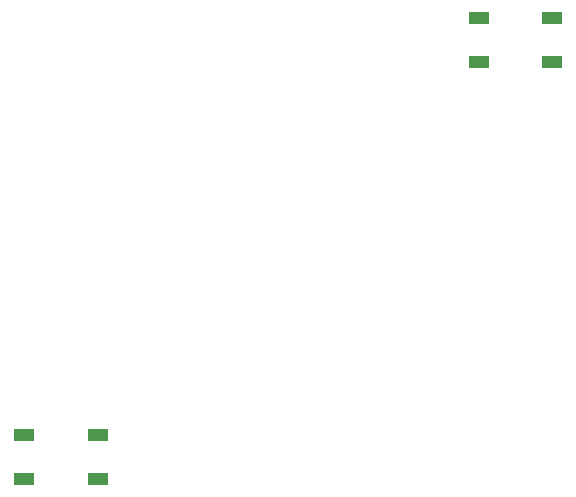
<source format=gtp>
G04 #@! TF.GenerationSoftware,KiCad,Pcbnew,5.1.5*
G04 #@! TF.CreationDate,2020-01-25T02:30:01+01:00*
G04 #@! TF.ProjectId,k8split,6b387370-6c69-4742-9e6b-696361645f70,rev?*
G04 #@! TF.SameCoordinates,Original*
G04 #@! TF.FileFunction,Paste,Top*
G04 #@! TF.FilePolarity,Positive*
%FSLAX46Y46*%
G04 Gerber Fmt 4.6, Leading zero omitted, Abs format (unit mm)*
G04 Created by KiCad (PCBNEW 5.1.5) date 2020-01-25 02:30:01*
%MOMM*%
%LPD*%
G04 APERTURE LIST*
%ADD10R,1.800000X1.100000*%
G04 APERTURE END LIST*
D10*
X155396000Y-81225000D03*
X161596000Y-77525000D03*
X155396000Y-77525000D03*
X161596000Y-81225000D03*
X116915000Y-116531000D03*
X123115000Y-112831000D03*
X116915000Y-112831000D03*
X123115000Y-116531000D03*
M02*

</source>
